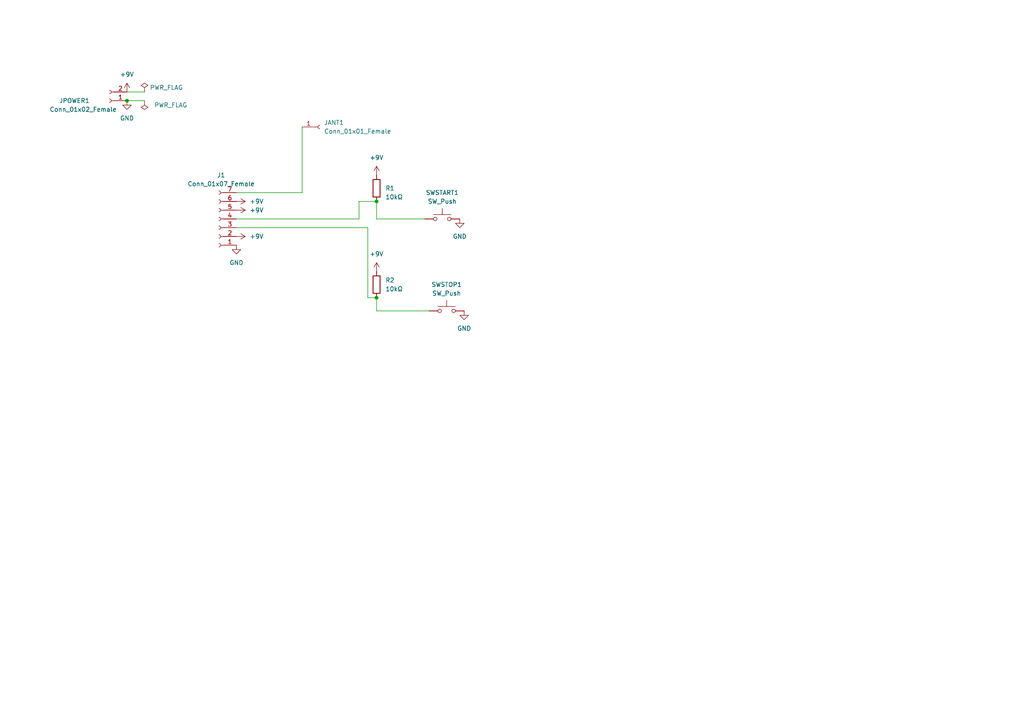
<source format=kicad_sch>
(kicad_sch (version 20211123) (generator eeschema)
  (paper "A4")
  (lib_symbols
    (symbol "Connector:Conn_01x01_Female" (pin_names (offset 1.016) hide)
      (property "Reference" "J" (at 0 2.54 0))
      (property "Value" "Conn_01x01_Female" (at 0 -2.54 0))
      (symbol "Conn_01x01_Female_1_1"
        (polyline (pts (xy -1.27 0) (xy -0.508 0)) (stroke (width 0.1524)))
        (arc (start 0 0.508) (mid -0.508 0) (end 0 -0.508) (stroke (width 0.1524)))
        (pin passive line (at -5.08 0 0) (length 3.81) (name "Pin_1") (number "1"))
      )
    )
    (symbol "Connector:Conn_01x02_Female" (pin_names (offset 1.016) hide)
      (property "Reference" "J" (at 0 2.54 0))
      (property "Value" "Conn_01x02_Female" (at 0 -5.08 0))
      (symbol "Conn_01x02_Female_1_1"
        (arc (start 0 -2.032) (mid -0.508 -2.54) (end 0 -3.048) (stroke (width 0.1524)))
        (polyline (pts (xy -1.27 -2.54) (xy -0.508 -2.54)) (stroke (width 0.1524)))
        (polyline (pts (xy -1.27 0) (xy -0.508 0)) (stroke (width 0.1524)))
        (arc (start 0 0.508) (mid -0.508 0) (end 0 -0.508) (stroke (width 0.1524)))
        (pin passive line (at -5.08 0 0) (length 3.81) (name "Pin_1") (number "1"))
        (pin passive line (at -5.08 -2.54 0) (length 3.81) (name "Pin_2") (number "2"))
      )
    )
    (symbol "Connector:Conn_01x07_Female" (pin_names (offset 1.016) hide)
      (property "Reference" "J" (at 0 10.16 0))
      (property "Value" "Conn_01x07_Female" (at 0 -10.16 0))
      (symbol "Conn_01x07_Female_1_1"
        (arc (start 0 -7.112) (mid -0.508 -7.62) (end 0 -8.128) (stroke (width 0.1524)))
        (arc (start 0 -4.572) (mid -0.508 -5.08) (end 0 -5.588) (stroke (width 0.1524)))
        (arc (start 0 -2.032) (mid -0.508 -2.54) (end 0 -3.048) (stroke (width 0.1524)))
        (polyline (pts (xy -1.27 -7.62) (xy -0.508 -7.62)) (stroke (width 0.1524)))
        (polyline (pts (xy -1.27 -5.08) (xy -0.508 -5.08)) (stroke (width 0.1524)))
        (polyline (pts (xy -1.27 -2.54) (xy -0.508 -2.54)) (stroke (width 0.1524)))
        (polyline (pts (xy -1.27 0) (xy -0.508 0)) (stroke (width 0.1524)))
        (polyline (pts (xy -1.27 2.54) (xy -0.508 2.54)) (stroke (width 0.1524)))
        (polyline (pts (xy -1.27 5.08) (xy -0.508 5.08)) (stroke (width 0.1524)))
        (polyline (pts (xy -1.27 7.62) (xy -0.508 7.62)) (stroke (width 0.1524)))
        (arc (start 0 0.508) (mid -0.508 0) (end 0 -0.508) (stroke (width 0.1524)))
        (arc (start 0 3.048) (mid -0.508 2.54) (end 0 2.032) (stroke (width 0.1524)))
        (arc (start 0 5.588) (mid -0.508 5.08) (end 0 4.572) (stroke (width 0.1524)))
        (arc (start 0 8.128) (mid -0.508 7.62) (end 0 7.112) (stroke (width 0.1524)))
        (pin passive line (at -5.08 7.62 0) (length 3.81) (name "Pin_1") (number "1"))
        (pin passive line (at -5.08 5.08 0) (length 3.81) (name "Pin_2") (number "2"))
        (pin passive line (at -5.08 2.54 0) (length 3.81) (name "Pin_3") (number "3"))
        (pin passive line (at -5.08 0 0) (length 3.81) (name "Pin_4") (number "4"))
        (pin passive line (at -5.08 -2.54 0) (length 3.81) (name "Pin_5") (number "5"))
        (pin passive line (at -5.08 -5.08 0) (length 3.81) (name "Pin_6") (number "6"))
        (pin passive line (at -5.08 -7.62 0) (length 3.81) (name "Pin_7") (number "7"))
      )
    )
    (symbol "Device:R" (pin_numbers hide) (pin_names (offset 0))
      (property "Reference" "R" (at 2.032 0 90))
      (property "Value" "R" (at 0 0 90))
      (symbol "R_0_1"
        (rectangle (start -1.016 -2.54) (end 1.016 2.54) (stroke (width 0.254)))
      )
      (symbol "R_1_1"
        (pin passive line (at 0 3.81 270) (length 1.27) (name "~") (number "1"))
        (pin passive line (at 0 -3.81 90) (length 1.27) (name "~") (number "2"))
      )
    )
    (symbol "Switch:SW_Push" (pin_numbers hide) (pin_names (offset 1.016) hide)
      (property "Reference" "SW" (at 1.27 2.54 0))
      (property "Value" "SW_Push" (at 0 -1.524 0))
      (symbol "SW_Push_0_1"
        (circle (center -2.032 0) (radius 0.508))
        (polyline (pts (xy 0 1.27) (xy 0 3.048)))
        (polyline (pts (xy 2.54 1.27) (xy -2.54 1.27)))
        (circle (center 2.032 0) (radius 0.508))
        (pin passive line (at -5.08 0 0) (length 2.54) (name "1") (number "1"))
        (pin passive line (at 5.08 0 180) (length 2.54) (name "2") (number "2"))
      )
    )
    (symbol "power:+9V" (power) (pin_names (offset 0))
      (property "Value" "+9V" (at 0 3.556 0))
      (symbol "+9V_0_1"
        (polyline (pts (xy -0.762 1.27) (xy 0 2.54)))
        (polyline (pts (xy 0 0) (xy 0 2.54)))
        (polyline (pts (xy 0 2.54) (xy 0.762 1.27)))
      )
      (symbol "+9V_1_1"
        (pin power_in line (at 0 0 90) (length 0) hide (name "+9V") (number "1"))
      )
    )
    (symbol "power:GND" (power) (pin_names (offset 0))
      (property "Value" "GND" (at 0 -3.81 0))
      (symbol "GND_0_1"
        (polyline (pts (xy 0 0) (xy 0 -1.27) (xy 1.27 -1.27) (xy 0 -2.54) (xy -1.27 -1.27) (xy 0 -1.27)))
      )
      (symbol "GND_1_1"
        (pin power_in line (at 0 0 270) (length 0) hide (name "GND") (number "1"))
      )
    )
    (symbol "power:PWR_FLAG" (power) (pin_numbers hide) (pin_names (offset 0) hide)
      (property "Value" "PWR_FLAG" (at 0 3.81 0))
      (symbol "PWR_FLAG_0_0"
        (pin power_out line (at 0 0 90) (length 0) (name "pwr") (number "1"))
      )
      (symbol "PWR_FLAG_0_1"
        (polyline (pts (xy 0 0) (xy 0 1.27) (xy -1.016 1.905) (xy 0 2.54) (xy 1.016 1.905) (xy 0 1.27)))
      )
    )
  )
  (junction (at 109.22 58.42))
  (junction (at 36.83 29.21))
  (junction (at 109.22 86.36))
  (wire (pts (xy 109.22 63.5) (xy 109.22 58.42)))
  (wire (pts (xy 123.19 63.5) (xy 109.22 63.5)))
  (wire (pts (xy 106.68 86.36) (xy 109.22 86.36)))
  (wire (pts (xy 68.58 63.5) (xy 104.14 63.5)))
  (wire (pts (xy 87.63 36.83) (xy 87.63 55.88)))
  (wire (pts (xy 36.83 29.21) (xy 41.91 29.21)))
  (wire (pts (xy 68.58 66.04) (xy 106.68 66.04)))
  (wire (pts (xy 106.68 66.04) (xy 106.68 86.36)))
  (wire (pts (xy 87.63 55.88) (xy 68.58 55.88)))
  (wire (pts (xy 109.22 86.36) (xy 109.22 90.17)))
  (wire (pts (xy 104.14 63.5) (xy 104.14 58.42)))
  (wire (pts (xy 104.14 58.42) (xy 109.22 58.42)))
  (wire (pts (xy 36.83 26.67) (xy 41.91 26.67)))
  (wire (pts (xy 124.46 90.17) (xy 109.22 90.17)))
  (symbol (lib_id "Connector:Conn_01x02_Female") (at 31.75 29.21 180) (unit 1)
    (property "Reference" "JPOWER1" (at 21.59 29.21 0))
    (property "Value" "Conn_01x02_Female" (at 24.13 31.75 0))
    (property "Footprint" "Connector_JST:JST_PH_B2B-PH-K_1x02_P2.00mm_Vertical" (effects hide))
  )
  (symbol (lib_id "Connector:Conn_01x01_Female") (at 92.71 36.83 0) (unit 1)
    (property "Reference" "JANT1" (at 93.98 35.5599 0) (effects (justify left)))
    (property "Value" "Conn_01x01_Female" (at 93.98 38.0999 0) (effects (justify left)))
    (property "Footprint" "Connector_PinHeader_2.54mm:PinHeader_1x01_P2.54mm_Vertical" (effects hide))
  )
  (symbol (lib_id "power:+9V") (at 109.22 50.8 0) (unit 1)
    (property "Reference" "#PWR0107" (effects hide))
    (property "Value" "+9V" (at 109.22 45.72 0))
  )
  (symbol (lib_id "Switch:SW_Push") (at 129.54 90.17 0) (unit 1)
    (property "Reference" "SWSTOP1" (at 129.54 82.55 0))
    (property "Value" "SW_Push" (at 129.54 85.09 0))
    (property "Footprint" "Button_Switch_THT:SW_PUSH_6mm" (effects hide))
  )
  (symbol (lib_id "power:GND") (at 68.58 71.12 0) (unit 1)
    (property "Reference" "#PWR0108" (effects hide))
    (property "Value" "GND" (at 68.58 76.2 0))
  )
  (symbol (lib_id "power:+9V") (at 109.22 78.74 0) (unit 1)
    (property "Reference" "#PWR0105" (effects hide))
    (property "Value" "+9V" (at 109.22 73.66 0))
  )
  (symbol (lib_id "Device:R") (at 109.22 82.55 0) (unit 1)
    (property "Reference" "R2" (at 111.76 81.28 0) (effects (justify left)))
    (property "Value" "10kΩ" (at 111.76 83.82 0) (effects (justify left)))
    (property "Footprint" "Resistor_THT:R_Axial_DIN0207_L6.3mm_D2.5mm_P10.16mm_Horizontal" (effects hide))
    (property "LCSC" "C25804" (effects hide))
  )
  (symbol (lib_id "power:PWR_FLAG") (at 41.91 29.21 180) (unit 1)
    (property "Reference" "#FLG0101" (effects hide))
    (property "Value" "PWR_FLAG" (at 49.53 30.48 0))
  )
  (symbol (lib_id "power:GND") (at 36.83 29.21 0) (unit 1)
    (property "Reference" "#PWR0102" (effects hide))
    (property "Value" "GND" (at 36.83 34.29 0))
  )
  (symbol (lib_id "power:+9V") (at 68.58 60.96 270) (unit 1)
    (property "Reference" "#PWR0103" (effects hide))
    (property "Value" "+9V" (at 72.39 60.9599 90) (effects (justify left)))
  )
  (symbol (lib_id "power:GND") (at 133.35 63.5 0) (unit 1)
    (property "Reference" "#PWR0106" (effects hide))
    (property "Value" "GND" (at 133.35 68.58 0))
  )
  (symbol (lib_id "power:+9V") (at 68.58 68.58 270) (unit 1)
    (property "Reference" "#PWR0109" (effects hide))
    (property "Value" "+9V" (at 72.39 68.5799 90) (effects (justify left)))
  )
  (symbol (lib_id "Connector:Conn_01x07_Female") (at 63.5 63.5 180) (unit 1)
    (property "Reference" "J1" (at 64.135 50.8 0))
    (property "Value" "Conn_01x07_Female" (at 64.135 53.34 0))
    (property "Footprint" "Connector_PinHeader_2.54mm:PinHeader_1x07_P2.54mm_Vertical" (effects hide))
  )
  (symbol (lib_id "Switch:SW_Push") (at 128.27 63.5 0) (unit 1)
    (property "Reference" "SWSTART1" (at 128.27 55.88 0))
    (property "Value" "SW_Push" (at 128.27 58.42 0))
    (property "Footprint" "Button_Switch_THT:SW_PUSH_6mm" (effects hide))
  )
  (symbol (lib_id "power:GND") (at 134.62 90.17 0) (unit 1)
    (property "Reference" "#PWR0104" (effects hide))
    (property "Value" "GND" (at 134.62 95.25 0))
  )
  (symbol (lib_id "power:+9V") (at 68.58 58.42 270) (unit 1)
    (property "Reference" "#PWR0110" (effects hide))
    (property "Value" "+9V" (at 72.39 58.4199 90) (effects (justify left)))
  )
  (symbol (lib_id "power:PWR_FLAG") (at 41.91 26.67 0) (unit 1)
    (property "Reference" "#FLG0102" (effects hide))
    (property "Value" "PWR_FLAG" (at 48.26 25.4 0))
  )
  (symbol (lib_id "Device:R") (at 109.22 54.61 0) (unit 1)
    (property "Reference" "R1" (at 111.76 54.61 0) (effects (justify left)))
    (property "Value" "10kΩ" (at 111.76 57.15 0) (effects (justify left)))
    (property "Footprint" "Resistor_THT:R_Axial_DIN0207_L6.3mm_D2.5mm_P10.16mm_Horizontal" (effects hide))
    (property "LCSC" "C25804" (effects hide))
  )
  (symbol (lib_id "power:+9V") (at 36.83 26.67 0) (unit 1)
    (property "Reference" "#PWR0101" (effects hide))
    (property "Value" "+9V" (at 36.83 21.59 0))
  )
)
</source>
